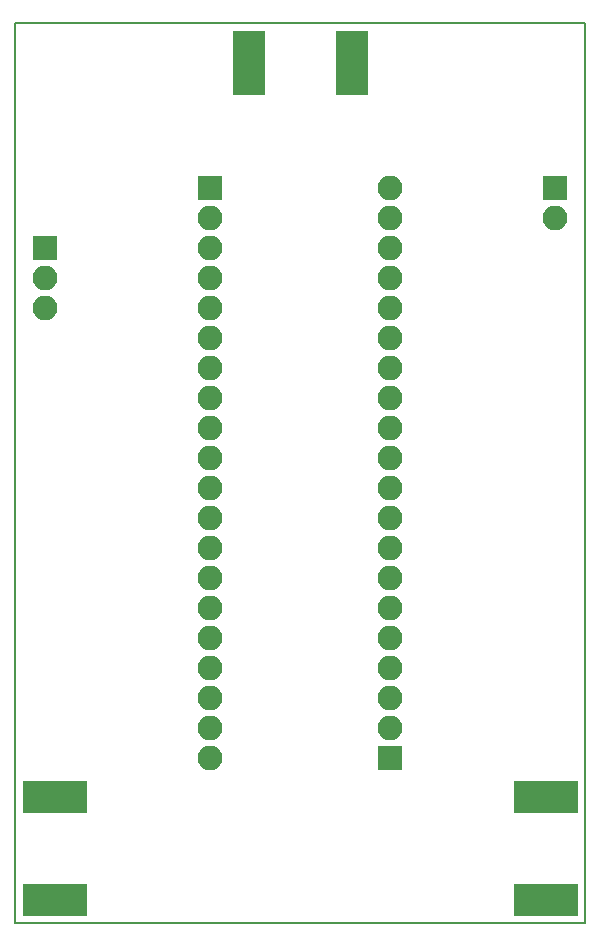
<source format=gbr>
%TF.GenerationSoftware,KiCad,Pcbnew,(5.0.0)*%
%TF.CreationDate,2018-11-11T16:52:16+07:00*%
%TF.ProjectId,AntennaSwitch_v1.1,416E74656E6E615377697463685F7631,rev?*%
%TF.SameCoordinates,Original*%
%TF.FileFunction,Soldermask,Bot*%
%TF.FilePolarity,Negative*%
%FSLAX46Y46*%
G04 Gerber Fmt 4.6, Leading zero omitted, Abs format (unit mm)*
G04 Created by KiCad (PCBNEW (5.0.0)) date 11/11/18 16:52:16*
%MOMM*%
%LPD*%
G01*
G04 APERTURE LIST*
%ADD10C,0.200000*%
%ADD11R,5.480000X2.820000*%
%ADD12R,2.820000X5.480000*%
%ADD13R,2.100000X2.100000*%
%ADD14O,2.100000X2.100000*%
G04 APERTURE END LIST*
D10*
X194310000Y-54610000D02*
X194310000Y-130810000D01*
X146050000Y-54610000D02*
X194310000Y-54610000D01*
X146050000Y-130810000D02*
X146050000Y-54610000D01*
X194310000Y-130810000D02*
X146050000Y-130810000D01*
D11*
X190950000Y-120080000D03*
X190950000Y-128840000D03*
D12*
X174560000Y-57970000D03*
X165800000Y-57970000D03*
D11*
X149410000Y-120080000D03*
X149410000Y-128840000D03*
D13*
X148590000Y-73660000D03*
D14*
X148590000Y-76200000D03*
X148590000Y-78740000D03*
D13*
X177800000Y-116840000D03*
D14*
X177800000Y-114300000D03*
X177800000Y-111760000D03*
X177800000Y-109220000D03*
X177800000Y-106680000D03*
X177800000Y-104140000D03*
X177800000Y-101600000D03*
X177800000Y-99060000D03*
X177800000Y-96520000D03*
X177800000Y-93980000D03*
X177800000Y-91440000D03*
X177800000Y-88900000D03*
X177800000Y-86360000D03*
X177800000Y-83820000D03*
X177800000Y-81280000D03*
X177800000Y-78740000D03*
X177800000Y-76200000D03*
X177800000Y-73660000D03*
X177800000Y-71120000D03*
X177800000Y-68580000D03*
X162560000Y-116840000D03*
X162560000Y-114300000D03*
X162560000Y-111760000D03*
X162560000Y-109220000D03*
X162560000Y-106680000D03*
X162560000Y-104140000D03*
X162560000Y-101600000D03*
X162560000Y-99060000D03*
X162560000Y-96520000D03*
X162560000Y-93980000D03*
X162560000Y-91440000D03*
X162560000Y-88900000D03*
X162560000Y-86360000D03*
X162560000Y-83820000D03*
X162560000Y-81280000D03*
X162560000Y-78740000D03*
X162560000Y-76200000D03*
X162560000Y-73660000D03*
X162560000Y-71120000D03*
D13*
X162560000Y-68580000D03*
X191770000Y-68580000D03*
D14*
X191770000Y-71120000D03*
M02*

</source>
